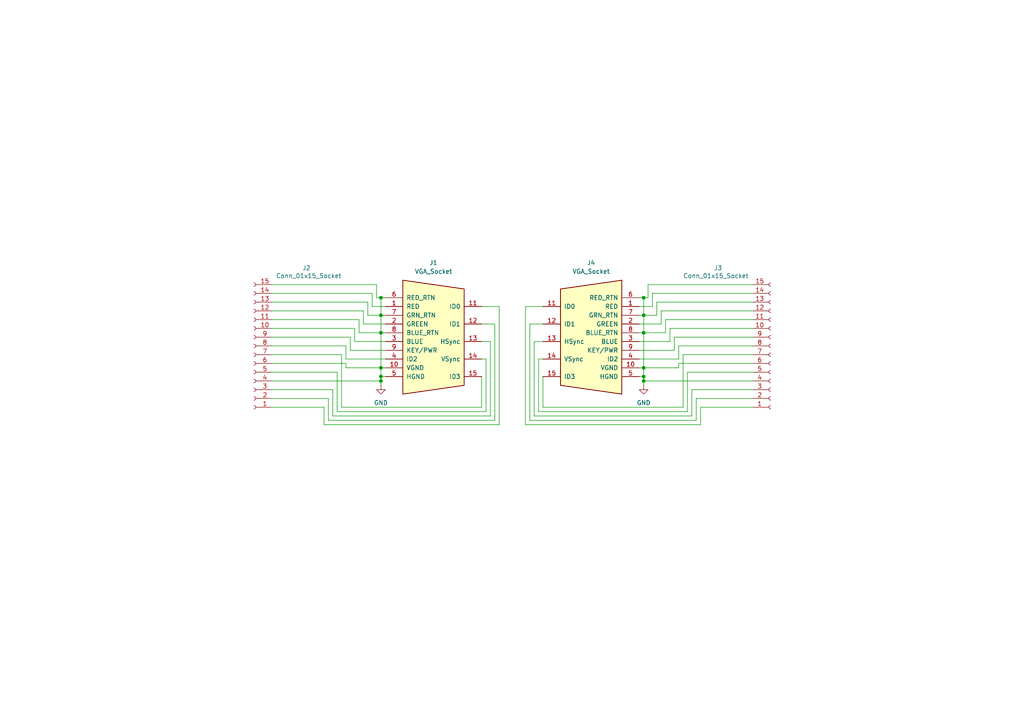
<source format=kicad_sch>
(kicad_sch (version 20250114) (generator "eeschema") (generator_version "9.0")
  (paper "A4")
  (lib_symbols
    (symbol "Connector:Conn_01x15_Socket" (pin_names (offset 1.016) (hide yes))
      (property "Reference" "J" (at 0 20.32 0))
      (property "Value" "Conn_01x15_Socket" (at 0 -20.32 0))
      (symbol "Conn_01x15_Socket_1_1"
        (polyline (pts (xy -1.27 17.78) (xy -0.508 17.78)) (stroke (width 0.1524)))
        (polyline (pts (xy -1.27 15.24) (xy -0.508 15.24)) (stroke (width 0.1524)))
        (polyline (pts (xy -1.27 12.7) (xy -0.508 12.7)) (stroke (width 0.1524)))
        (polyline (pts (xy -1.27 10.16) (xy -0.508 10.16)) (stroke (width 0.1524)))
        (polyline (pts (xy -1.27 7.62) (xy -0.508 7.62)) (stroke (width 0.1524)))
        (polyline (pts (xy -1.27 5.08) (xy -0.508 5.08)) (stroke (width 0.1524)))
        (polyline (pts (xy -1.27 2.54) (xy -0.508 2.54)) (stroke (width 0.1524)))
        (polyline (pts (xy -1.27 0) (xy -0.508 0)) (stroke (width 0.1524)))
        (polyline (pts (xy -1.27 -2.54) (xy -0.508 -2.54)) (stroke (width 0.1524)))
        (polyline (pts (xy -1.27 -5.08) (xy -0.508 -5.08)) (stroke (width 0.1524)))
        (polyline (pts (xy -1.27 -7.62) (xy -0.508 -7.62)) (stroke (width 0.1524)))
        (polyline (pts (xy -1.27 -10.16) (xy -0.508 -10.16)) (stroke (width 0.1524)))
        (polyline (pts (xy -1.27 -12.7) (xy -0.508 -12.7)) (stroke (width 0.1524)))
        (polyline (pts (xy -1.27 -15.24) (xy -0.508 -15.24)) (stroke (width 0.1524)))
        (polyline (pts (xy -1.27 -17.78) (xy -0.508 -17.78)) (stroke (width 0.1524)))
        (arc (start 0 17.272) (mid -0.5058 17.78) (end 0 18.288) (stroke (width 0.1524)))
        (arc (start 0 14.732) (mid -0.5058 15.24) (end 0 15.748) (stroke (width 0.1524)))
        (arc (start 0 12.192) (mid -0.5058 12.7) (end 0 13.208) (stroke (width 0.1524)))
        (arc (start 0 9.652) (mid -0.5058 10.16) (end 0 10.668) (stroke (width 0.1524)))
        (arc (start 0 7.112) (mid -0.5058 7.62) (end 0 8.128) (stroke (width 0.1524)))
        (arc (start 0 4.572) (mid -0.5058 5.08) (end 0 5.588) (stroke (width 0.1524)))
        (arc (start 0 2.032) (mid -0.5058 2.54) (end 0 3.048) (stroke (width 0.1524)))
        (arc (start 0 -0.508) (mid -0.5058 0) (end 0 0.508) (stroke (width 0.1524)))
        (arc (start 0 -3.048) (mid -0.5058 -2.54) (end 0 -2.032) (stroke (width 0.1524)))
        (arc (start 0 -5.588) (mid -0.5058 -5.08) (end 0 -4.572) (stroke (width 0.1524)))
        (arc (start 0 -8.128) (mid -0.5058 -7.62) (end 0 -7.112) (stroke (width 0.1524)))
        (arc (start 0 -10.668) (mid -0.5058 -10.16) (end 0 -9.652) (stroke (width 0.1524)))
        (arc (start 0 -13.208) (mid -0.5058 -12.7) (end 0 -12.192) (stroke (width 0.1524)))
        (arc (start 0 -15.748) (mid -0.5058 -15.24) (end 0 -14.732) (stroke (width 0.1524)))
        (arc (start 0 -18.288) (mid -0.5058 -17.78) (end 0 -17.272) (stroke (width 0.1524)))
        (pin passive line (at -5.08 17.78 0) (length 3.81) (name "Pin_1") (number "1"))
        (pin passive line (at -5.08 15.24 0) (length 3.81) (name "Pin_2") (number "2"))
        (pin passive line (at -5.08 12.7 0) (length 3.81) (name "Pin_3") (number "3"))
        (pin passive line (at -5.08 10.16 0) (length 3.81) (name "Pin_4") (number "4"))
        (pin passive line (at -5.08 7.62 0) (length 3.81) (name "Pin_5") (number "5"))
        (pin passive line (at -5.08 5.08 0) (length 3.81) (name "Pin_6") (number "6"))
        (pin passive line (at -5.08 2.54 0) (length 3.81) (name "Pin_7") (number "7"))
        (pin passive line (at -5.08 0 0) (length 3.81) (name "Pin_8") (number "8"))
        (pin passive line (at -5.08 -2.54 0) (length 3.81) (name "Pin_9") (number "9"))
        (pin passive line (at -5.08 -5.08 0) (length 3.81) (name "Pin_10") (number "10"))
        (pin passive line (at -5.08 -7.62 0) (length 3.81) (name "Pin_11") (number "11"))
        (pin passive line (at -5.08 -10.16 0) (length 3.81) (name "Pin_12") (number "12"))
        (pin passive line (at -5.08 -12.7 0) (length 3.81) (name "Pin_13") (number "13"))
        (pin passive line (at -5.08 -15.24 0) (length 3.81) (name "Pin_14") (number "14"))
        (pin passive line (at -5.08 -17.78 0) (length 3.81) (name "Pin_15") (number "15"))
      )
    )
    (symbol "power:GND" (power) (pin_numbers (hide yes)) (pin_names (offset 0) (hide yes))
      (property "Value" "GND" (at 0 -3.81 0))
      (symbol "GND_0_1"
        (polyline (pts (xy 0 0) (xy 0 -1.27) (xy 1.27 -1.27) (xy 0 -2.54) (xy -1.27 -1.27) (xy 0 -1.27)))
      )
      (symbol "GND_1_1"
        (pin power_in line (at 0 0 270) (length 0) (name "~") (number "1"))
      )
    )
    (symbol "vga_lib:VGA_Socket" (pin_names (offset 1.016))
      (property "Reference" "J" (at 5.334 21.336 0))
      (property "Value" "VGA_Socket" (at 5.588 19.05 0))
      (symbol "VGA_Socket_0_1"
        (polyline (pts (xy -2.54 17.78) (xy -2.54 -15.24) (xy 15.24 -12.7) (xy 15.24 15.24) (xy -2.54 17.78)) (stroke (width 0.254)) (fill (type background)))
      )
      (symbol "VGA_Socket_1_1"
        (pin passive line (at -7.62 12.7 0) (length 5.08) (name "RED_RTN") (number "6"))
        (pin passive line (at -7.62 10.16 0) (length 5.08) (name "RED") (number "1"))
        (pin passive line (at -7.62 7.62 0) (length 5.08) (name "GRN_RTN") (number "7"))
        (pin passive line (at -7.62 5.08 0) (length 5.08) (name "GREEN") (number "2"))
        (pin passive line (at -7.62 2.54 0) (length 5.08) (name "BLUE_RTN") (number "8"))
        (pin passive line (at -7.62 0 0) (length 5.08) (name "BLUE") (number "3"))
        (pin passive line (at -7.62 -2.54 0) (length 5.08) (name "KEY/PWR") (number "9"))
        (pin passive line (at -7.62 -5.08 0) (length 5.08) (name "ID2") (number "4"))
        (pin passive line (at -7.62 -7.62 0) (length 5.08) (name "VGND") (number "10"))
        (pin passive line (at -7.62 -10.16 0) (length 5.08) (name "HGND") (number "5"))
        (pin passive line (at 20.32 10.16 180) (length 5.08) (name "ID0") (number "11"))
        (pin passive line (at 20.32 5.08 180) (length 5.08) (name "ID1") (number "12"))
        (pin passive line (at 20.32 0 180) (length 5.08) (name "HSync") (number "13"))
        (pin passive line (at 20.32 -5.08 180) (length 5.08) (name "VSync") (number "14"))
        (pin passive line (at 20.32 -10.16 180) (length 5.08) (name "ID3") (number "15"))
      )
    )
  )
  (junction (at 186.69 86.36))
  (junction (at 186.69 106.68))
  (junction (at 110.49 106.68))
  (junction (at 110.49 91.44))
  (junction (at 110.49 109.22))
  (junction (at 186.69 110.49))
  (junction (at 186.69 109.22))
  (junction (at 110.49 96.52))
  (junction (at 110.49 86.36))
  (junction (at 110.49 110.49))
  (junction (at 186.69 96.52))
  (junction (at 186.69 91.44))
  (wire (pts (xy 142.24 99.06) (xy 142.24 120.65)))
  (wire (pts (xy 110.49 110.49) (xy 110.49 109.22)))
  (wire (pts (xy 102.87 95.25) (xy 102.87 99.06)))
  (wire (pts (xy 186.69 86.36) (xy 185.42 86.36)))
  (wire (pts (xy 111.76 88.9) (xy 107.95 88.9)))
  (wire (pts (xy 195.58 97.79) (xy 218.44 97.79)))
  (wire (pts (xy 109.22 86.36) (xy 109.22 82.55)))
  (wire (pts (xy 156.21 104.14) (xy 156.21 119.38)))
  (wire (pts (xy 199.39 119.38) (xy 199.39 107.95)))
  (wire (pts (xy 193.04 96.52) (xy 193.04 92.71)))
  (wire (pts (xy 107.95 85.09) (xy 78.74 85.09)))
  (wire (pts (xy 109.22 86.36) (xy 110.49 86.36)))
  (wire (pts (xy 106.68 87.63) (xy 78.74 87.63)))
  (wire (pts (xy 101.6 101.6) (xy 101.6 97.79)))
  (wire (pts (xy 111.76 109.22) (xy 110.49 109.22)))
  (wire (pts (xy 157.48 118.11) (xy 157.48 109.22)))
  (wire (pts (xy 201.93 121.92) (xy 201.93 115.57)))
  (wire (pts (xy 198.12 102.87) (xy 198.12 118.11)))
  (wire (pts (xy 191.77 90.17) (xy 218.44 90.17)))
  (wire (pts (xy 157.48 99.06) (xy 154.94 99.06)))
  (wire (pts (xy 110.49 96.52) (xy 104.14 96.52)))
  (wire (pts (xy 100.33 100.33) (xy 78.74 100.33)))
  (wire (pts (xy 93.98 123.19) (xy 144.78 123.19)))
  (wire (pts (xy 185.42 88.9) (xy 189.23 88.9)))
  (wire (pts (xy 153.67 93.98) (xy 153.67 121.92)))
  (wire (pts (xy 186.69 110.49) (xy 186.69 109.22)))
  (wire (pts (xy 185.42 106.68) (xy 186.69 106.68)))
  (wire (pts (xy 78.74 102.87) (xy 99.06 102.87)))
  (wire (pts (xy 78.74 110.49) (xy 110.49 110.49)))
  (wire (pts (xy 196.85 105.41) (xy 218.44 105.41)))
  (wire (pts (xy 78.74 95.25) (xy 102.87 95.25)))
  (wire (pts (xy 104.14 96.52) (xy 104.14 92.71)))
  (wire (pts (xy 186.69 96.52) (xy 193.04 96.52)))
  (wire (pts (xy 186.69 96.52) (xy 186.69 106.68)))
  (wire (pts (xy 157.48 88.9) (xy 152.4 88.9)))
  (wire (pts (xy 140.97 104.14) (xy 140.97 119.38)))
  (wire (pts (xy 96.52 113.03) (xy 78.74 113.03)))
  (wire (pts (xy 218.44 82.55) (xy 187.96 82.55)))
  (wire (pts (xy 203.2 123.19) (xy 152.4 123.19)))
  (wire (pts (xy 100.33 105.41) (xy 78.74 105.41)))
  (wire (pts (xy 139.7 88.9) (xy 144.78 88.9)))
  (wire (pts (xy 156.21 119.38) (xy 199.39 119.38)))
  (wire (pts (xy 218.44 110.49) (xy 186.69 110.49)))
  (wire (pts (xy 143.51 93.98) (xy 143.51 121.92)))
  (wire (pts (xy 186.69 91.44) (xy 190.5 91.44)))
  (wire (pts (xy 99.06 102.87) (xy 99.06 118.11)))
  (wire (pts (xy 185.42 101.6) (xy 195.58 101.6)))
  (wire (pts (xy 110.49 86.36) (xy 110.49 91.44)))
  (wire (pts (xy 97.79 107.95) (xy 78.74 107.95)))
  (wire (pts (xy 111.76 96.52) (xy 110.49 96.52)))
  (wire (pts (xy 139.7 104.14) (xy 140.97 104.14)))
  (wire (pts (xy 200.66 120.65) (xy 200.66 113.03)))
  (wire (pts (xy 95.25 115.57) (xy 78.74 115.57)))
  (wire (pts (xy 144.78 123.19) (xy 144.78 88.9)))
  (wire (pts (xy 186.69 86.36) (xy 186.69 91.44)))
  (wire (pts (xy 110.49 91.44) (xy 110.49 96.52)))
  (wire (pts (xy 203.2 118.11) (xy 203.2 123.19)))
  (wire (pts (xy 185.42 93.98) (xy 191.77 93.98)))
  (wire (pts (xy 110.49 111.76) (xy 110.49 110.49)))
  (wire (pts (xy 111.76 106.68) (xy 110.49 106.68)))
  (wire (pts (xy 96.52 120.65) (xy 96.52 113.03)))
  (wire (pts (xy 111.76 101.6) (xy 101.6 101.6)))
  (wire (pts (xy 186.69 91.44) (xy 186.69 96.52)))
  (wire (pts (xy 100.33 106.68) (xy 100.33 105.41)))
  (wire (pts (xy 111.76 93.98) (xy 105.41 93.98)))
  (wire (pts (xy 190.5 91.44) (xy 190.5 87.63)))
  (wire (pts (xy 107.95 88.9) (xy 107.95 85.09)))
  (wire (pts (xy 105.41 93.98) (xy 105.41 90.17)))
  (wire (pts (xy 199.39 107.95) (xy 218.44 107.95)))
  (wire (pts (xy 157.48 93.98) (xy 153.67 93.98)))
  (wire (pts (xy 153.67 121.92) (xy 201.93 121.92)))
  (wire (pts (xy 97.79 119.38) (xy 97.79 107.95)))
  (wire (pts (xy 218.44 118.11) (xy 203.2 118.11)))
  (wire (pts (xy 140.97 119.38) (xy 97.79 119.38)))
  (wire (pts (xy 139.7 118.11) (xy 139.7 109.22)))
  (wire (pts (xy 106.68 91.44) (xy 106.68 87.63)))
  (wire (pts (xy 154.94 99.06) (xy 154.94 120.65)))
  (wire (pts (xy 110.49 86.36) (xy 111.76 86.36)))
  (wire (pts (xy 194.31 99.06) (xy 185.42 99.06)))
  (wire (pts (xy 110.49 96.52) (xy 110.49 106.68)))
  (wire (pts (xy 139.7 99.06) (xy 142.24 99.06)))
  (wire (pts (xy 143.51 121.92) (xy 95.25 121.92)))
  (wire (pts (xy 187.96 86.36) (xy 186.69 86.36)))
  (wire (pts (xy 78.74 82.55) (xy 109.22 82.55)))
  (wire (pts (xy 185.42 104.14) (xy 196.85 104.14)))
  (wire (pts (xy 193.04 92.71) (xy 218.44 92.71)))
  (wire (pts (xy 190.5 87.63) (xy 218.44 87.63)))
  (wire (pts (xy 185.42 109.22) (xy 186.69 109.22)))
  (wire (pts (xy 189.23 88.9) (xy 189.23 85.09)))
  (wire (pts (xy 110.49 106.68) (xy 110.49 109.22)))
  (wire (pts (xy 189.23 85.09) (xy 218.44 85.09)))
  (wire (pts (xy 186.69 111.76) (xy 186.69 110.49)))
  (wire (pts (xy 111.76 104.14) (xy 100.33 104.14)))
  (wire (pts (xy 191.77 93.98) (xy 191.77 90.17)))
  (wire (pts (xy 196.85 106.68) (xy 196.85 105.41)))
  (wire (pts (xy 104.14 92.71) (xy 78.74 92.71)))
  (wire (pts (xy 195.58 101.6) (xy 195.58 97.79)))
  (wire (pts (xy 186.69 106.68) (xy 196.85 106.68)))
  (wire (pts (xy 93.98 118.11) (xy 93.98 123.19)))
  (wire (pts (xy 78.74 118.11) (xy 93.98 118.11)))
  (wire (pts (xy 185.42 96.52) (xy 186.69 96.52)))
  (wire (pts (xy 152.4 123.19) (xy 152.4 88.9)))
  (wire (pts (xy 201.93 115.57) (xy 218.44 115.57)))
  (wire (pts (xy 218.44 102.87) (xy 198.12 102.87)))
  (wire (pts (xy 187.96 86.36) (xy 187.96 82.55)))
  (wire (pts (xy 139.7 93.98) (xy 143.51 93.98)))
  (wire (pts (xy 95.25 121.92) (xy 95.25 115.57)))
  (wire (pts (xy 101.6 97.79) (xy 78.74 97.79)))
  (wire (pts (xy 198.12 118.11) (xy 157.48 118.11)))
  (wire (pts (xy 196.85 104.14) (xy 196.85 100.33)))
  (wire (pts (xy 154.94 120.65) (xy 200.66 120.65)))
  (wire (pts (xy 110.49 91.44) (xy 106.68 91.44)))
  (wire (pts (xy 196.85 100.33) (xy 218.44 100.33)))
  (wire (pts (xy 142.24 120.65) (xy 96.52 120.65)))
  (wire (pts (xy 111.76 91.44) (xy 110.49 91.44)))
  (wire (pts (xy 185.42 91.44) (xy 186.69 91.44)))
  (wire (pts (xy 157.48 104.14) (xy 156.21 104.14)))
  (wire (pts (xy 186.69 106.68) (xy 186.69 109.22)))
  (wire (pts (xy 105.41 90.17) (xy 78.74 90.17)))
  (wire (pts (xy 200.66 113.03) (xy 218.44 113.03)))
  (wire (pts (xy 100.33 104.14) (xy 100.33 100.33)))
  (wire (pts (xy 110.49 106.68) (xy 100.33 106.68)))
  (wire (pts (xy 99.06 118.11) (xy 139.7 118.11)))
  (wire (pts (xy 102.87 99.06) (xy 111.76 99.06)))
  (wire (pts (xy 194.31 95.25) (xy 194.31 99.06)))
  (wire (pts (xy 218.44 95.25) (xy 194.31 95.25)))
  (symbol (lib_id "power:GND") (at 186.69 111.76 0) (mirror y) (unit 1)
    (property "Reference" "#PWR02" (effects (hide yes)))
    (property "Value" "GND" (at 186.69 116.84 0))
    (property "Description" "Power symbol creates a global label with name \"GND\" , ground" (effects (hide yes)))
  )
  (symbol (lib_id "vga_lib:VGA_Socket") (at 119.38 99.06 0) (unit 1)
    (property "Reference" "J1" (at 125.73 76.2 0))
    (property "Value" "VGA_Socket" (at 125.73 78.74 0))
    (property "Footprint" "Connector_Dsub:DSUB-15-HD_Socket_Horizontal_P2.29x2.54mm_EdgePinOffset8.35mm_Housed_MountingHolesOffset10.89mm" (effects (hide yes)))
    (property "Description" "15-pin D-SUB connector, socket (female), High density (3 columns), Triple Row, Generic, VGA-connector" (effects (hide yes)))
  )
  (symbol (lib_id "power:GND") (at 110.49 111.76 0) (unit 1)
    (property "Reference" "#PWR01" (effects (hide yes)))
    (property "Value" "GND" (at 110.49 116.84 0))
    (property "Description" "Power symbol creates a global label with name \"GND\" , ground" (effects (hide yes)))
  )
  (symbol (lib_id "Connector:Conn_01x15_Socket") (at 73.66 100.33 180) (unit 1)
    (property "Reference" "J2" (at 88.9 77.724 0))
    (property "Value" "Conn_01x15_Socket" (at 89.535 80.01 0))
    (property "Footprint" "Connector_PinSocket_2.54mm:PinSocket_1x15_P2.54mm_Vertical" (effects (hide yes)))
    (property "Description" "Generic connector, single row, 01x15, script generated" (effects (hide yes)))
  )
  (symbol (lib_id "Connector:Conn_01x15_Socket") (at 223.52 100.33 0) (mirror x) (unit 1)
    (property "Reference" "J3" (at 208.28 77.724 0))
    (property "Value" "Conn_01x15_Socket" (at 207.645 80.01 0))
    (property "Footprint" "Connector_PinSocket_2.54mm:PinSocket_1x15_P2.54mm_Vertical" (effects (hide yes)))
    (property "Description" "Generic connector, single row, 01x15, script generated" (effects (hide yes)))
  )
  (symbol (lib_id "vga_lib:VGA_Socket") (at 177.8 99.06 0) (mirror y) (unit 1)
    (property "Reference" "J4" (at 171.45 76.2 0))
    (property "Value" "VGA_Socket" (at 171.45 78.74 0))
    (property "Footprint" "Connector_Dsub:DSUB-15-HD_Socket_Horizontal_P2.29x2.54mm_EdgePinOffset8.35mm_Housed_MountingHolesOffset10.89mm" (effects (hide yes)))
    (property "Description" "15-pin D-SUB connector, socket (female), High density (3 columns), Triple Row, Generic, VGA-connector" (effects (hide yes)))
  )
)
</source>
